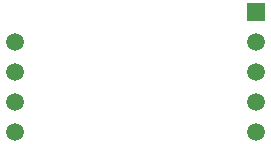
<source format=gbr>
G04 Layer_Color=255*
%FSLAX26Y26*%
%MOIN*%
%TF.FileFunction,Pads,Bot*%
%TF.Part,Single*%
G01*
G75*
%TA.AperFunction,ComponentPad*%
%ADD16R,0.059055X0.059055*%
%ADD17C,0.059055*%
D16*
X866000Y465000D02*
D03*
D17*
Y365000D02*
D03*
Y265000D02*
D03*
Y165000D02*
D03*
Y65000D02*
D03*
X65000Y365000D02*
D03*
Y265000D02*
D03*
Y165000D02*
D03*
Y65000D02*
D03*
%TF.MD5,4c70e0e47d4aaa83675b00051f139b7f*%
M02*

</source>
